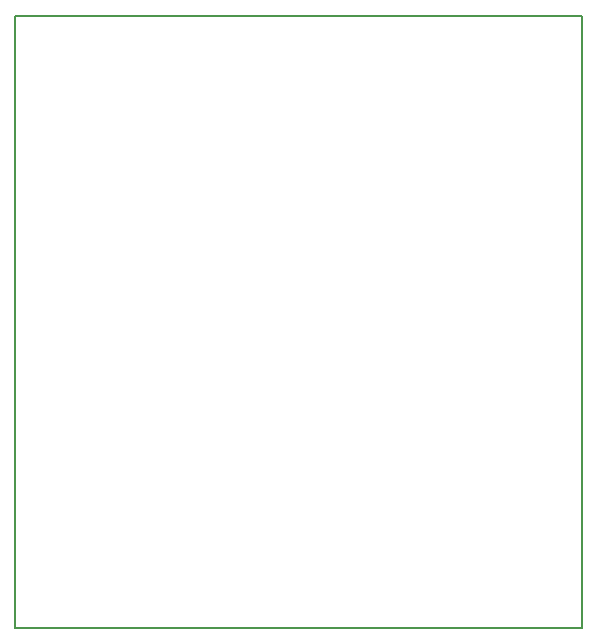
<source format=gm1>
G04 #@! TF.FileFunction,Profile,NP*
%FSLAX46Y46*%
G04 Gerber Fmt 4.6, Leading zero omitted, Abs format (unit mm)*
G04 Created by KiCad (PCBNEW 4.0.7) date 12/25/17 13:45:12*
%MOMM*%
%LPD*%
G01*
G04 APERTURE LIST*
%ADD10C,0.100000*%
%ADD11C,0.150000*%
G04 APERTURE END LIST*
D10*
D11*
X159639000Y-102235000D02*
X111633000Y-102235000D01*
X159639000Y-154051000D02*
X159639000Y-102235000D01*
X111633000Y-154051000D02*
X159639000Y-154051000D01*
X111633000Y-102235000D02*
X111633000Y-154051000D01*
M02*

</source>
